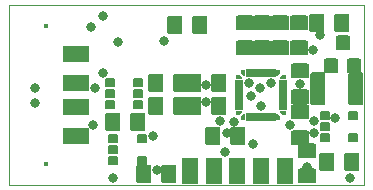
<source format=gbr>
G04 PROTEUS GERBER X2 FILE*
%TF.GenerationSoftware,Labcenter,Proteus,8.5-SP0-Build22067*%
%TF.CreationDate,2018-05-23T12:33:45+00:00*%
%TF.FileFunction,Soldermask,Top*%
%TF.FilePolarity,Negative*%
%TF.Part,Single*%
%FSLAX45Y45*%
%MOMM*%
G01*
%TA.AperFunction,Material*%
%ADD32C,0.812800*%
%AMPPAD027*
4,1,36,
-1.127000,-0.550000,
-1.127000,0.550000,
-1.124470,0.575970,
-1.117200,0.599980,
-1.105650,0.621580,
-1.090290,0.640290,
-1.071570,0.655650,
-1.049980,0.667200,
-1.025970,0.674470,
-1.000000,0.677000,
1.000000,0.677000,
1.025970,0.674470,
1.049980,0.667200,
1.071570,0.655650,
1.090290,0.640290,
1.105650,0.621580,
1.117200,0.599980,
1.124470,0.575970,
1.127000,0.550000,
1.127000,-0.550000,
1.124470,-0.575970,
1.117200,-0.599980,
1.105650,-0.621580,
1.090290,-0.640290,
1.071570,-0.655650,
1.049980,-0.667200,
1.025970,-0.674470,
1.000000,-0.677000,
-1.000000,-0.677000,
-1.025970,-0.674470,
-1.049980,-0.667200,
-1.071570,-0.655650,
-1.090290,-0.640290,
-1.105650,-0.621580,
-1.117200,-0.599980,
-1.124470,-0.575970,
-1.127000,-0.550000,
0*%
%ADD33PPAD027*%
%AMPPAD028*
4,1,48,
-0.190500,-0.038100,
-0.190500,0.038100,
-0.189730,0.053940,
-0.187470,0.069260,
-0.183780,0.084000,
-0.178740,0.098080,
-0.164880,0.123990,
-0.146440,0.146440,
-0.123990,0.164880,
-0.098080,0.178740,
-0.069260,0.187470,
-0.053940,0.189730,
-0.038100,0.190500,
0.038100,0.190500,
0.053940,0.189730,
0.069260,0.187470,
0.098080,0.178740,
0.123990,0.164880,
0.146440,0.146440,
0.164880,0.123990,
0.178740,0.098080,
0.183780,0.084000,
0.187470,0.069260,
0.189730,0.053940,
0.190500,0.038100,
0.190500,-0.038100,
0.189730,-0.053940,
0.187470,-0.069260,
0.183780,-0.084000,
0.178740,-0.098080,
0.164880,-0.123990,
0.146440,-0.146440,
0.123990,-0.164880,
0.098080,-0.178740,
0.069260,-0.187470,
0.053940,-0.189730,
0.038100,-0.190500,
-0.038100,-0.190500,
-0.053940,-0.189730,
-0.069260,-0.187470,
-0.098080,-0.178740,
-0.123990,-0.164880,
-0.146440,-0.146440,
-0.164880,-0.123990,
-0.178740,-0.098080,
-0.183780,-0.084000,
-0.187470,-0.069260,
-0.189730,-0.053940,
-0.190500,-0.038100,
0*%
%ADD34PPAD028*%
%AMPPAD029*
4,1,36,
0.444500,0.254000,
0.444500,-0.254000,
0.441970,-0.279970,
0.434700,-0.303980,
0.423150,-0.325580,
0.407790,-0.344290,
0.389070,-0.359650,
0.367480,-0.371200,
0.343470,-0.378470,
0.317500,-0.381000,
-0.317500,-0.381000,
-0.343470,-0.378470,
-0.367480,-0.371200,
-0.389070,-0.359650,
-0.407790,-0.344290,
-0.423150,-0.325580,
-0.434700,-0.303980,
-0.441970,-0.279970,
-0.444500,-0.254000,
-0.444500,0.254000,
-0.441970,0.279970,
-0.434700,0.303980,
-0.423150,0.325580,
-0.407790,0.344290,
-0.389070,0.359650,
-0.367480,0.371200,
-0.343470,0.378470,
-0.317500,0.381000,
0.317500,0.381000,
0.343470,0.378470,
0.367480,0.371200,
0.389070,0.359650,
0.407790,0.344290,
0.423150,0.325580,
0.434700,0.303980,
0.441970,0.279970,
0.444500,0.254000,
0*%
%ADD35PPAD029*%
%AMPPAD030*
4,1,36,
-0.508000,0.762000,
0.508000,0.762000,
0.533970,0.759470,
0.557980,0.752200,
0.579580,0.740650,
0.598290,0.725290,
0.613650,0.706570,
0.625200,0.684980,
0.632470,0.660970,
0.635000,0.635000,
0.635000,-0.635000,
0.632470,-0.660970,
0.625200,-0.684980,
0.613650,-0.706570,
0.598290,-0.725290,
0.579580,-0.740650,
0.557980,-0.752200,
0.533970,-0.759470,
0.508000,-0.762000,
-0.508000,-0.762000,
-0.533970,-0.759470,
-0.557980,-0.752200,
-0.579580,-0.740650,
-0.598290,-0.725290,
-0.613650,-0.706570,
-0.625200,-0.684980,
-0.632470,-0.660970,
-0.635000,-0.635000,
-0.635000,0.635000,
-0.632470,0.660970,
-0.625200,0.684980,
-0.613650,0.706570,
-0.598290,0.725290,
-0.579580,0.740650,
-0.557980,0.752200,
-0.533970,0.759470,
-0.508000,0.762000,
0*%
%ADD36PPAD030*%
%AMPPAD031*
4,1,5,
0.250000,0.150000,
0.250000,-0.150000,
-0.100000,-0.150000,
-0.250000,0.000000,
-0.250000,0.150000,
0.250000,0.150000,
0*%
%ADD37PPAD031*%
%AMPPAD032*
4,1,36,
-0.365000,-0.150000,
-0.365000,0.150000,
-0.363210,0.168400,
-0.358060,0.185420,
-0.349870,0.200720,
-0.338980,0.213980,
-0.325720,0.224870,
-0.310420,0.233060,
-0.293400,0.238210,
-0.275000,0.240000,
0.275000,0.240000,
0.293400,0.238210,
0.310420,0.233060,
0.325720,0.224870,
0.338980,0.213980,
0.349870,0.200720,
0.358060,0.185420,
0.363210,0.168400,
0.365000,0.150000,
0.365000,-0.150000,
0.363210,-0.168400,
0.358060,-0.185420,
0.349870,-0.200720,
0.338980,-0.213980,
0.325720,-0.224870,
0.310420,-0.233060,
0.293400,-0.238210,
0.275000,-0.240000,
-0.275000,-0.240000,
-0.293400,-0.238210,
-0.310420,-0.233060,
-0.325720,-0.224870,
-0.338980,-0.213980,
-0.349870,-0.200720,
-0.358060,-0.185420,
-0.363210,-0.168400,
-0.365000,-0.150000,
0*%
%ADD38PPAD032*%
%AMPPAD033*
4,1,5,
0.250000,-0.150000,
0.250000,0.150000,
-0.100000,0.150000,
-0.250000,0.000000,
-0.250000,-0.150000,
0.250000,-0.150000,
0*%
%ADD39PPAD033*%
%AMPPAD034*
4,1,5,
-0.150000,0.250000,
0.150000,0.250000,
0.150000,-0.100000,
0.000000,-0.250000,
-0.150000,-0.250000,
-0.150000,0.250000,
0*%
%ADD40PPAD034*%
%AMPPAD035*
4,1,36,
0.150000,-0.365000,
-0.150000,-0.365000,
-0.168400,-0.363210,
-0.185420,-0.358060,
-0.200720,-0.349870,
-0.213980,-0.338980,
-0.224870,-0.325720,
-0.233060,-0.310420,
-0.238210,-0.293400,
-0.240000,-0.275000,
-0.240000,0.275000,
-0.238210,0.293400,
-0.233060,0.310420,
-0.224870,0.325720,
-0.213980,0.338980,
-0.200720,0.349870,
-0.185420,0.358060,
-0.168400,0.363210,
-0.150000,0.365000,
0.150000,0.365000,
0.168400,0.363210,
0.185420,0.358060,
0.200720,0.349870,
0.213980,0.338980,
0.224870,0.325720,
0.233060,0.310420,
0.238210,0.293400,
0.240000,0.275000,
0.240000,-0.275000,
0.238210,-0.293400,
0.233060,-0.310420,
0.224870,-0.325720,
0.213980,-0.338980,
0.200720,-0.349870,
0.185420,-0.358060,
0.168400,-0.363210,
0.150000,-0.365000,
0*%
%ADD41PPAD035*%
%AMPPAD036*
4,1,5,
0.150000,0.250000,
-0.150000,0.250000,
-0.150000,-0.100000,
0.000000,-0.250000,
0.150000,-0.250000,
0.150000,0.250000,
0*%
%ADD42PPAD036*%
%AMPPAD037*
4,1,5,
-0.250000,-0.150000,
-0.250000,0.150000,
0.100000,0.150000,
0.250000,0.000000,
0.250000,-0.150000,
-0.250000,-0.150000,
0*%
%ADD43PPAD037*%
%AMPPAD038*
4,1,5,
-0.250000,0.150000,
-0.250000,-0.150000,
0.100000,-0.150000,
0.250000,0.000000,
0.250000,0.150000,
-0.250000,0.150000,
0*%
%ADD44PPAD038*%
%AMPPAD039*
4,1,5,
0.150000,-0.250000,
-0.150000,-0.250000,
-0.150000,0.100000,
0.000000,0.250000,
0.150000,0.250000,
0.150000,-0.250000,
0*%
%ADD45PPAD039*%
%AMPPAD040*
4,1,5,
-0.150000,-0.250000,
0.150000,-0.250000,
0.150000,0.100000,
0.000000,0.250000,
-0.150000,0.250000,
-0.150000,-0.250000,
0*%
%ADD46PPAD040*%
%AMPPAD041*
4,1,36,
0.444500,-0.635000,
-0.444500,-0.635000,
-0.470470,-0.632470,
-0.494480,-0.625200,
-0.516080,-0.613650,
-0.534790,-0.598290,
-0.550150,-0.579570,
-0.561700,-0.557980,
-0.568970,-0.533970,
-0.571500,-0.508000,
-0.571500,0.508000,
-0.568970,0.533970,
-0.561700,0.557980,
-0.550150,0.579570,
-0.534790,0.598290,
-0.516080,0.613650,
-0.494480,0.625200,
-0.470470,0.632470,
-0.444500,0.635000,
0.444500,0.635000,
0.470470,0.632470,
0.494480,0.625200,
0.516080,0.613650,
0.534790,0.598290,
0.550150,0.579570,
0.561700,0.557980,
0.568970,0.533970,
0.571500,0.508000,
0.571500,-0.508000,
0.568970,-0.533970,
0.561700,-0.557980,
0.550150,-0.579570,
0.534790,-0.598290,
0.516080,-0.613650,
0.494480,-0.625200,
0.470470,-0.632470,
0.444500,-0.635000,
0*%
%ADD47PPAD041*%
%AMPPAD042*
4,1,36,
0.508000,-1.397000,
-0.508000,-1.397000,
-0.533970,-1.394470,
-0.557980,-1.387200,
-0.579580,-1.375650,
-0.598290,-1.360290,
-0.613650,-1.341570,
-0.625200,-1.319980,
-0.632470,-1.295970,
-0.635000,-1.270000,
-0.635000,1.270000,
-0.632470,1.295970,
-0.625200,1.319980,
-0.613650,1.341570,
-0.598290,1.360290,
-0.579580,1.375650,
-0.557980,1.387200,
-0.533970,1.394470,
-0.508000,1.397000,
0.508000,1.397000,
0.533970,1.394470,
0.557980,1.387200,
0.579580,1.375650,
0.598290,1.360290,
0.613650,1.341570,
0.625200,1.319980,
0.632470,1.295970,
0.635000,1.270000,
0.635000,-1.270000,
0.632470,-1.295970,
0.625200,-1.319980,
0.613650,-1.341570,
0.598290,-1.360290,
0.579580,-1.375650,
0.557980,-1.387200,
0.533970,-1.394470,
0.508000,-1.397000,
0*%
%ADD48PPAD042*%
%AMPPAD043*
4,1,36,
0.762000,0.508000,
0.762000,-0.508000,
0.759470,-0.533970,
0.752200,-0.557980,
0.740650,-0.579580,
0.725290,-0.598290,
0.706570,-0.613650,
0.684980,-0.625200,
0.660970,-0.632470,
0.635000,-0.635000,
-0.635000,-0.635000,
-0.660970,-0.632470,
-0.684980,-0.625200,
-0.706570,-0.613650,
-0.725290,-0.598290,
-0.740650,-0.579580,
-0.752200,-0.557980,
-0.759470,-0.533970,
-0.762000,-0.508000,
-0.762000,0.508000,
-0.759470,0.533970,
-0.752200,0.557980,
-0.740650,0.579580,
-0.725290,0.598290,
-0.706570,0.613650,
-0.684980,0.625200,
-0.660970,0.632470,
-0.635000,0.635000,
0.635000,0.635000,
0.660970,0.632470,
0.684980,0.625200,
0.706570,0.613650,
0.725290,0.598290,
0.740650,0.579580,
0.752200,0.557980,
0.759470,0.533970,
0.762000,0.508000,
0*%
%ADD49PPAD043*%
%AMPPAD044*
4,1,36,
-0.550000,1.127000,
0.550000,1.127000,
0.575970,1.124470,
0.599980,1.117200,
0.621580,1.105650,
0.640290,1.090290,
0.655650,1.071570,
0.667200,1.049980,
0.674470,1.025970,
0.677000,1.000000,
0.677000,-1.000000,
0.674470,-1.025970,
0.667200,-1.049980,
0.655650,-1.071570,
0.640290,-1.090290,
0.621580,-1.105650,
0.599980,-1.117200,
0.575970,-1.124470,
0.550000,-1.127000,
-0.550000,-1.127000,
-0.575970,-1.124470,
-0.599980,-1.117200,
-0.621580,-1.105650,
-0.640290,-1.090290,
-0.655650,-1.071570,
-0.667200,-1.049980,
-0.674470,-1.025970,
-0.677000,-1.000000,
-0.677000,1.000000,
-0.674470,1.025970,
-0.667200,1.049980,
-0.655650,1.071570,
-0.640290,1.090290,
-0.621580,1.105650,
-0.599980,1.117200,
-0.575970,1.124470,
-0.550000,1.127000,
0*%
%ADD50PPAD044*%
%TA.AperFunction,Profile*%
%ADD28C,0.101600*%
D32*
X-1270000Y-63500D03*
X-1270000Y+63500D03*
X+1397000Y-698500D03*
X-610000Y-698500D03*
X+637672Y-88442D03*
X+335655Y-483779D03*
X-271373Y-346005D03*
X+553720Y-5080D03*
X+177800Y+88900D03*
X+1030000Y-610000D03*
X+352140Y-317500D03*
X-238760Y-635000D03*
X+571500Y-414020D03*
X+410000Y-230000D03*
X+1270000Y-190500D03*
X+889000Y-254000D03*
X+1143000Y+508000D03*
X+1090263Y-324591D03*
X+970000Y+90000D03*
X+1084580Y-218440D03*
X+170000Y-60000D03*
X+294488Y-221954D03*
X+533936Y+100404D03*
X-180329Y+461239D03*
X+635000Y+63500D03*
X+1079500Y+381000D03*
X-698500Y+190500D03*
X-698500Y+673100D03*
X+723900Y+104140D03*
X-762287Y+60292D03*
X-803722Y+577728D03*
X-784860Y-251460D03*
X-571867Y+450458D03*
D33*
X-930000Y-350000D03*
X-930000Y-100000D03*
X-930000Y+100000D03*
X-930000Y+350000D03*
D34*
X-1180000Y-585000D03*
X-1180000Y+585000D03*
D35*
X-640000Y+103980D03*
X-640000Y+10000D03*
X-640000Y-86520D03*
X-401240Y-86520D03*
X-401240Y+7460D03*
X-401240Y+103980D03*
D36*
X-250000Y+100000D03*
X-36640Y+100000D03*
X-250000Y-90000D03*
X-36640Y-90000D03*
X+71120Y-88900D03*
X+284480Y-88900D03*
X+70000Y+100000D03*
X+283360Y+100000D03*
D37*
X+825000Y-150000D03*
D38*
X+825000Y-100000D03*
X+825000Y-50000D03*
X+825000Y+0D03*
X+825000Y+50000D03*
X+825000Y+100000D03*
D39*
X+825000Y+150000D03*
D40*
X+787500Y+187500D03*
D41*
X+737500Y+187500D03*
X+687500Y+187500D03*
X+637500Y+187500D03*
X+587500Y+187500D03*
X+537500Y+187500D03*
D42*
X+487500Y+187500D03*
D43*
X+450000Y+150000D03*
D38*
X+450000Y+100000D03*
X+450000Y+50000D03*
X+450000Y+0D03*
X+450000Y-50000D03*
X+450000Y-100000D03*
D44*
X+450000Y-150000D03*
D45*
X+487500Y-187500D03*
D41*
X+537500Y-187500D03*
X+587500Y-187500D03*
X+637500Y-187500D03*
X+687500Y-187500D03*
X+737500Y-187500D03*
D46*
X+787500Y-187500D03*
D36*
X-400000Y-230000D03*
X-613360Y-230000D03*
D35*
X-610000Y-370000D03*
X-610000Y-463980D03*
X-610000Y-560500D03*
X-371240Y-560500D03*
X-371240Y-370000D03*
D36*
X-350000Y-670000D03*
X-136640Y-670000D03*
X+1413360Y-570000D03*
X+1200000Y-570000D03*
D35*
X+1178080Y-173480D03*
X+1178080Y-267460D03*
X+1178080Y-363980D03*
X+1416840Y-363980D03*
X+1416840Y-173480D03*
D47*
X+1330000Y+440000D03*
X+1236020Y+249500D03*
X+1423980Y+249500D03*
D48*
X+1440000Y+50000D03*
X+1125040Y+50000D03*
D49*
X+970000Y+200000D03*
X+970000Y-13360D03*
D36*
X+1323360Y+610000D03*
X+1110000Y+610000D03*
D49*
X+960000Y+613360D03*
X+960000Y+400000D03*
X+800000Y+613360D03*
X+800000Y+400000D03*
D36*
X+444500Y-350000D03*
X+231140Y-350000D03*
D49*
X+650000Y+610000D03*
X+650000Y+396640D03*
X+500000Y+400000D03*
X+500000Y+613360D03*
D36*
X-90000Y+590000D03*
X+123360Y+590000D03*
D49*
X+1030000Y-683360D03*
X+1030000Y-470000D03*
X+970000Y-146640D03*
X+970000Y-360000D03*
D50*
X+40000Y-640000D03*
X+40000Y-640000D03*
X+240000Y-640000D03*
X+440000Y-640000D03*
X+640000Y-640000D03*
X+840000Y-640000D03*
D28*
X-1490000Y-760000D02*
X+1510000Y-760000D01*
X+1510000Y+760000D01*
X-1490000Y+760000D01*
X-1490000Y-760000D01*
M02*

</source>
